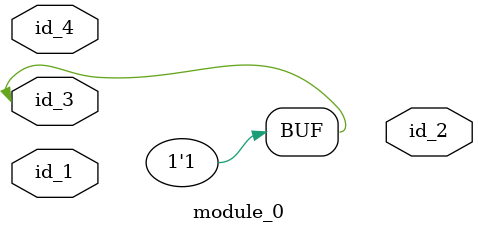
<source format=v>
`resetall
module module_0 (
    id_1,
    id_2,
    id_3,
    id_4
);
  input id_4;
  input id_3;
  output id_2;
  input id_1;
  id_5 id_6 (
      .id_2(id_4),
      .id_3(id_1),
      .id_4(id_3)
  );
  assign id_3 = 1;
  id_7 id_8 (
      .id_4(1),
      .id_6(id_1)
  );
endmodule

</source>
